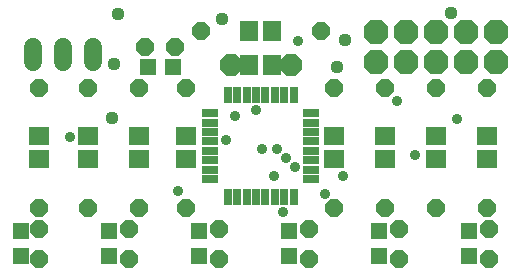
<source format=gts>
G75*
%MOIN*%
%OFA0B0*%
%FSLAX25Y25*%
%IPPOS*%
%LPD*%
%AMOC8*
5,1,8,0,0,1.08239X$1,22.5*
%
%ADD10OC8,0.07100*%
%ADD11R,0.05800X0.03000*%
%ADD12R,0.03000X0.05800*%
%ADD13OC8,0.06000*%
%ADD14OC8,0.08200*%
%ADD15C,0.06000*%
%ADD16R,0.05918X0.07099*%
%ADD17R,0.07099X0.05918*%
%ADD18R,0.05918X0.06706*%
%ADD19R,0.05524X0.05524*%
%ADD20C,0.03600*%
%ADD21C,0.04369*%
D10*
X0089330Y0072582D03*
X0109330Y0072582D03*
D11*
X0116230Y0056606D03*
X0116230Y0053456D03*
X0116230Y0050307D03*
X0116230Y0047157D03*
X0116230Y0044008D03*
X0116230Y0040858D03*
X0116230Y0037708D03*
X0116230Y0034559D03*
X0082430Y0034559D03*
X0082430Y0037708D03*
X0082430Y0040858D03*
X0082430Y0044008D03*
X0082430Y0047157D03*
X0082430Y0050307D03*
X0082430Y0053456D03*
X0082430Y0056606D03*
D12*
X0088306Y0062482D03*
X0091456Y0062482D03*
X0094605Y0062482D03*
X0097755Y0062482D03*
X0100904Y0062482D03*
X0104054Y0062482D03*
X0107204Y0062482D03*
X0110353Y0062482D03*
X0110353Y0028682D03*
X0107204Y0028682D03*
X0104054Y0028682D03*
X0100904Y0028682D03*
X0097755Y0028682D03*
X0094605Y0028682D03*
X0091456Y0028682D03*
X0088306Y0028682D03*
D13*
X0074330Y0025082D03*
X0085330Y0018082D03*
X0085330Y0008082D03*
X0115330Y0008082D03*
X0115330Y0018082D03*
X0123830Y0025082D03*
X0140830Y0025082D03*
X0145330Y0018082D03*
X0157830Y0025082D03*
X0174830Y0025082D03*
X0175330Y0018082D03*
X0175330Y0008082D03*
X0145330Y0008082D03*
X0058830Y0025082D03*
X0055330Y0018082D03*
X0041830Y0025082D03*
X0025330Y0025082D03*
X0025330Y0018082D03*
X0025330Y0008082D03*
X0055330Y0008082D03*
X0058830Y0065082D03*
X0074330Y0065082D03*
X0070830Y0078582D03*
X0060830Y0078582D03*
X0079330Y0084082D03*
X0041830Y0065082D03*
X0025330Y0065082D03*
X0119330Y0084082D03*
X0123830Y0065082D03*
X0140830Y0065082D03*
X0157830Y0065082D03*
X0174830Y0065082D03*
D14*
X0177830Y0073582D03*
X0167830Y0073582D03*
X0157830Y0073582D03*
X0147830Y0073582D03*
X0137830Y0073582D03*
X0137830Y0083582D03*
X0147830Y0083582D03*
X0157830Y0083582D03*
X0167830Y0083582D03*
X0177830Y0083582D03*
D15*
X0043330Y0078682D02*
X0043330Y0073482D01*
X0033330Y0073482D02*
X0033330Y0078682D01*
X0023330Y0078682D02*
X0023330Y0073482D01*
D16*
X0095589Y0084082D03*
X0103070Y0084082D03*
D17*
X0123830Y0048823D03*
X0123830Y0041342D03*
X0140830Y0041342D03*
X0140830Y0048823D03*
X0157830Y0048823D03*
X0157830Y0041342D03*
X0174830Y0041342D03*
X0174830Y0048823D03*
X0074330Y0048823D03*
X0074330Y0041342D03*
X0058830Y0041342D03*
X0058830Y0048823D03*
X0041830Y0048823D03*
X0041830Y0041342D03*
X0025330Y0041342D03*
X0025330Y0048823D03*
D18*
X0095589Y0072582D03*
X0103070Y0072582D03*
D19*
X0019330Y0008949D03*
X0019330Y0017216D03*
X0048830Y0017216D03*
X0048830Y0008949D03*
X0078830Y0008949D03*
X0078830Y0017216D03*
X0108830Y0017216D03*
X0108830Y0008949D03*
X0138830Y0008949D03*
X0138830Y0017216D03*
X0168830Y0017216D03*
X0168830Y0008949D03*
X0069963Y0072082D03*
X0061696Y0072082D03*
D20*
X0090830Y0055582D03*
X0097830Y0057582D03*
X0087830Y0047582D03*
X0099830Y0044582D03*
X0104830Y0044582D03*
X0107830Y0041582D03*
X0110830Y0038582D03*
X0103830Y0035582D03*
X0120830Y0029582D03*
X0126830Y0035582D03*
X0106830Y0023582D03*
X0071830Y0030582D03*
X0035830Y0048582D03*
X0111830Y0080582D03*
X0144830Y0060582D03*
X0164830Y0054582D03*
X0150830Y0042582D03*
D21*
X0124830Y0072082D03*
X0127330Y0081082D03*
X0162830Y0090082D03*
X0086330Y0088082D03*
X0051830Y0089582D03*
X0050330Y0073082D03*
X0049830Y0055082D03*
M02*

</source>
